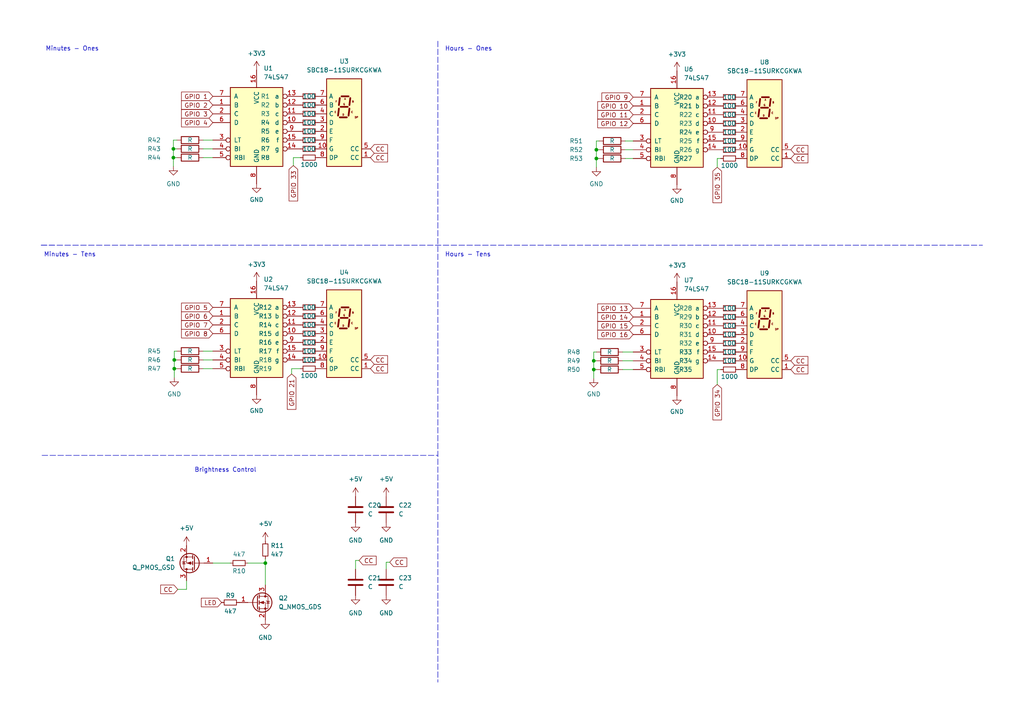
<source format=kicad_sch>
(kicad_sch (version 20211123) (generator eeschema)
  (paper "A4")
  (lib_symbols
    (symbol "74xx:74LS47" (pin_names (offset 1.016))
      (property "Reference" "U" (at -7.62 11.43 0))
      (property "Value" "74LS47" (at -7.62 -13.97 0))
      (symbol "74LS47_1_0"
        (pin input line (at -12.7 5.08 0) (length 5.08) (name "B") (number "1"))
        (pin open_collector inverted (at 12.7 0 180) (length 5.08) (name "d") (number "10"))
        (pin open_collector inverted (at 12.7 2.54 180) (length 5.08) (name "c") (number "11"))
        (pin open_collector inverted (at 12.7 5.08 180) (length 5.08) (name "b") (number "12"))
        (pin open_collector inverted (at 12.7 7.62 180) (length 5.08) (name "a") (number "13"))
        (pin open_collector inverted (at 12.7 -7.62 180) (length 5.08) (name "g") (number "14"))
        (pin open_collector inverted (at 12.7 -5.08 180) (length 5.08) (name "f") (number "15"))
        (pin power_in line (at 0 15.24 270) (length 5.08) (name "VCC") (number "16"))
        (pin input line (at -12.7 2.54 0) (length 5.08) (name "C") (number "2"))
        (pin input inverted (at -12.7 -5.08 0) (length 5.08) (name "LT") (number "3"))
        (pin input inverted (at -12.7 -7.62 0) (length 5.08) (name "BI") (number "4"))
        (pin input inverted (at -12.7 -10.16 0) (length 5.08) (name "RBI") (number "5"))
        (pin input line (at -12.7 0 0) (length 5.08) (name "D") (number "6"))
        (pin input line (at -12.7 7.62 0) (length 5.08) (name "A") (number "7"))
        (pin power_in line (at 0 -17.78 90) (length 5.08) (name "GND") (number "8"))
        (pin open_collector inverted (at 12.7 -2.54 180) (length 5.08) (name "e") (number "9"))
      )
      (symbol "74LS47_1_1"
        (rectangle (start -7.62 10.16) (end 7.62 -12.7) (stroke (width 0.254)) (fill (type background)))
      )
    )
    (symbol "Device:C" (pin_numbers hide) (pin_names (offset 0.254))
      (property "Reference" "C" (at 0.635 2.54 0))
      (property "Value" "C" (at 0.635 -2.54 0))
      (symbol "C_0_1"
        (polyline (pts (xy -2.032 -0.762) (xy 2.032 -0.762)) (stroke (width 0.508)))
        (polyline (pts (xy -2.032 0.762) (xy 2.032 0.762)) (stroke (width 0.508)))
      )
      (symbol "C_1_1"
        (pin passive line (at 0 3.81 270) (length 2.794) (name "~") (number "1"))
        (pin passive line (at 0 -3.81 90) (length 2.794) (name "~") (number "2"))
      )
    )
    (symbol "Device:Q_NMOS_GSD" (pin_names (offset 0) hide)
      (property "Reference" "Q" (at 5.08 1.27 0))
      (property "Value" "Q_NMOS_GSD" (at 5.08 -1.27 0))
      (symbol "Q_NMOS_GSD_0_1"
        (polyline (pts (xy 0.254 0) (xy -2.54 0)))
        (polyline (pts (xy 0.254 1.905) (xy 0.254 -1.905)) (stroke (width 0.254)))
        (polyline (pts (xy 0.762 -1.27) (xy 0.762 -2.286)) (stroke (width 0.254)))
        (polyline (pts (xy 0.762 0.508) (xy 0.762 -0.508)) (stroke (width 0.254)))
        (polyline (pts (xy 0.762 2.286) (xy 0.762 1.27)) (stroke (width 0.254)))
        (polyline (pts (xy 2.54 2.54) (xy 2.54 1.778)))
        (polyline (pts (xy 2.54 -2.54) (xy 2.54 0) (xy 0.762 0)))
        (polyline (pts (xy 0.762 -1.778) (xy 3.302 -1.778) (xy 3.302 1.778) (xy 0.762 1.778)))
        (polyline (pts (xy 1.016 0) (xy 2.032 0.381) (xy 2.032 -0.381) (xy 1.016 0)) (fill (type outline)))
        (polyline (pts (xy 2.794 0.508) (xy 2.921 0.381) (xy 3.683 0.381) (xy 3.81 0.254)))
        (polyline (pts (xy 3.302 0.381) (xy 2.921 -0.254) (xy 3.683 -0.254) (xy 3.302 0.381)))
        (circle (center 1.651 0) (radius 2.794) (stroke (width 0.254)))
        (circle (center 2.54 -1.778) (radius 0.254) (fill (type outline)))
        (circle (center 2.54 1.778) (radius 0.254) (fill (type outline)))
      )
      (symbol "Q_NMOS_GSD_1_1"
        (pin input line (at -5.08 0 0) (length 2.54) (name "G") (number "1"))
        (pin passive line (at 2.54 -5.08 90) (length 2.54) (name "S") (number "2"))
        (pin passive line (at 2.54 5.08 270) (length 2.54) (name "D") (number "3"))
      )
    )
    (symbol "Device:Q_PMOS_GSD" (pin_names (offset 0) hide)
      (property "Reference" "Q" (at 5.08 1.27 0))
      (property "Value" "Q_PMOS_GSD" (at 5.08 -1.27 0))
      (symbol "Q_PMOS_GSD_0_1"
        (polyline (pts (xy 0.254 0) (xy -2.54 0)))
        (polyline (pts (xy 0.254 1.905) (xy 0.254 -1.905)) (stroke (width 0.254)))
        (polyline (pts (xy 0.762 -1.27) (xy 0.762 -2.286)) (stroke (width 0.254)))
        (polyline (pts (xy 0.762 0.508) (xy 0.762 -0.508)) (stroke (width 0.254)))
        (polyline (pts (xy 0.762 2.286) (xy 0.762 1.27)) (stroke (width 0.254)))
        (polyline (pts (xy 2.54 2.54) (xy 2.54 1.778)))
        (polyline (pts (xy 2.54 -2.54) (xy 2.54 0) (xy 0.762 0)))
        (polyline (pts (xy 0.762 1.778) (xy 3.302 1.778) (xy 3.302 -1.778) (xy 0.762 -1.778)))
        (polyline (pts (xy 2.286 0) (xy 1.27 0.381) (xy 1.27 -0.381) (xy 2.286 0)) (fill (type outline)))
        (polyline (pts (xy 2.794 -0.508) (xy 2.921 -0.381) (xy 3.683 -0.381) (xy 3.81 -0.254)))
        (polyline (pts (xy 3.302 -0.381) (xy 2.921 0.254) (xy 3.683 0.254) (xy 3.302 -0.381)))
        (circle (center 1.651 0) (radius 2.794) (stroke (width 0.254)))
        (circle (center 2.54 -1.778) (radius 0.254) (fill (type outline)))
        (circle (center 2.54 1.778) (radius 0.254) (fill (type outline)))
      )
      (symbol "Q_PMOS_GSD_1_1"
        (pin input line (at -5.08 0 0) (length 2.54) (name "G") (number "1"))
        (pin passive line (at 2.54 -5.08 90) (length 2.54) (name "S") (number "2"))
        (pin passive line (at 2.54 5.08 270) (length 2.54) (name "D") (number "3"))
      )
    )
    (symbol "Device:R" (pin_numbers hide) (pin_names (offset 0))
      (property "Reference" "R" (at 2.032 0 90))
      (property "Value" "R" (at 0 0 90))
      (symbol "R_0_1"
        (rectangle (start -1.016 -2.54) (end 1.016 2.54) (stroke (width 0.254)))
      )
      (symbol "R_1_1"
        (pin passive line (at 0 3.81 270) (length 1.27) (name "~") (number "1"))
        (pin passive line (at 0 -3.81 90) (length 1.27) (name "~") (number "2"))
      )
    )
    (symbol "Device:R_Small" (pin_numbers hide) (pin_names (offset 0.254) hide)
      (property "Reference" "R" (at 0.762 0.508 0))
      (property "Value" "R_Small" (at 0.762 -1.016 0))
      (symbol "R_Small_0_1"
        (rectangle (start -0.762 1.778) (end 0.762 -1.778) (stroke (width 0.2032)))
      )
      (symbol "R_Small_1_1"
        (pin passive line (at 0 2.54 270) (length 0.762) (name "~") (number "1"))
        (pin passive line (at 0 -2.54 90) (length 0.762) (name "~") (number "2"))
      )
    )
    (symbol "Display_Character:SBC18-11SURKCGKWA" (pin_names (offset 0.635))
      (property "Reference" "U" (at -2.54 13.97 0))
      (property "Value" "SBC18-11SURKCGKWA" (at -4.826 -14.224 0))
      (symbol "SBC18-11SURKCGKWA_0_0"
        (text "A" (at 0.254 6.858 0) (effects (font (size 0.508 0.508))))
        (text "B" (at 2.54 6.096 0) (effects (font (size 0.508 0.508))))
        (text "C" (at 2.286 3.048 0) (effects (font (size 0.508 0.508))))
        (text "D" (at -0.254 2.286 0) (effects (font (size 0.508 0.508))))
        (text "DP" (at 3.556 1.524 0) (effects (font (size 0.508 0.508))))
        (text "E" (at -2.54 3.048 0) (effects (font (size 0.508 0.508))))
        (text "F" (at -2.286 6.096 0) (effects (font (size 0.508 0.508))))
        (text "G" (at 0 5.334 0) (effects (font (size 0.508 0.508))))
      )
      (symbol "SBC18-11SURKCGKWA_0_1"
        (rectangle (start -5.08 12.7) (end 5.08 -12.7) (stroke (width 0.254)) (fill (type background)))
        (polyline (pts (xy -1.524 4.064) (xy -1.778 2.032)) (stroke (width 0.508)))
        (polyline (pts (xy -1.27 1.524) (xy 0.762 1.524)) (stroke (width 0.508)))
        (polyline (pts (xy -1.27 7.112) (xy -1.524 5.08)) (stroke (width 0.508)))
        (polyline (pts (xy -1.016 4.572) (xy 1.016 4.572)) (stroke (width 0.508)))
        (polyline (pts (xy -0.762 7.62) (xy 1.27 7.62)) (stroke (width 0.508)))
        (polyline (pts (xy 1.524 4.064) (xy 1.27 2.032)) (stroke (width 0.508)))
        (polyline (pts (xy 1.778 7.112) (xy 1.524 5.08)) (stroke (width 0.508)))
        (polyline (pts (xy 2.54 1.524) (xy 2.54 1.524)) (stroke (width 0.508)))
      )
      (symbol "SBC18-11SURKCGKWA_1_1"
        (pin input line (at 7.62 -10.16 180) (length 2.54) (name "CC") (number "1"))
        (pin input line (at -7.62 -7.62 0) (length 2.54) (name "G") (number "10"))
        (pin input line (at -7.62 -2.54 0) (length 2.54) (name "E") (number "2"))
        (pin input line (at -7.62 0 0) (length 2.54) (name "D") (number "3"))
        (pin input line (at -7.62 2.54 0) (length 2.54) (name "C") (number "4"))
        (pin input line (at 7.62 -7.62 180) (length 2.54) (name "CC") (number "5"))
        (pin input line (at -7.62 5.08 0) (length 2.54) (name "B") (number "6"))
        (pin input line (at -7.62 7.62 0) (length 2.54) (name "A") (number "7"))
        (pin input line (at -7.62 -10.16 0) (length 2.54) (name "DP") (number "8"))
        (pin input line (at -7.62 -5.08 0) (length 2.54) (name "F") (number "9"))
      )
    )
    (symbol "power:+3V3" (power) (pin_names (offset 0))
      (property "Value" "+3V3" (at 0 3.556 0))
      (symbol "+3V3_0_1"
        (polyline (pts (xy -0.762 1.27) (xy 0 2.54)))
        (polyline (pts (xy 0 0) (xy 0 2.54)))
        (polyline (pts (xy 0 2.54) (xy 0.762 1.27)))
      )
      (symbol "+3V3_1_1"
        (pin power_in line (at 0 0 90) (length 0) hide (name "+3V3") (number "1"))
      )
    )
    (symbol "power:+5V" (power) (pin_names (offset 0))
      (property "Value" "+5V" (at 0 3.556 0))
      (symbol "+5V_0_1"
        (polyline (pts (xy -0.762 1.27) (xy 0 2.54)))
        (polyline (pts (xy 0 0) (xy 0 2.54)))
        (polyline (pts (xy 0 2.54) (xy 0.762 1.27)))
      )
      (symbol "+5V_1_1"
        (pin power_in line (at 0 0 90) (length 0) hide (name "+5V") (number "1"))
      )
    )
    (symbol "power:GND" (power) (pin_names (offset 0))
      (property "Value" "GND" (at 0 -3.81 0))
      (symbol "GND_0_1"
        (polyline (pts (xy 0 0) (xy 0 -1.27) (xy 1.27 -1.27) (xy 0 -2.54) (xy -1.27 -1.27) (xy 0 -1.27)))
      )
      (symbol "GND_1_1"
        (pin power_in line (at 0 0 270) (length 0) hide (name "GND") (number "1"))
      )
    )
  )
  (junction (at 50.292 43.18))
  (junction (at 172.212 107.188))
  (junction (at 50.546 106.934))
  (junction (at 172.212 104.648))
  (junction (at 172.974 45.974))
  (junction (at 172.974 43.434))
  (junction (at 50.292 45.72))
  (junction (at 76.962 163.322))
  (junction (at 50.546 104.394))
  (wire (pts (xy 58.928 40.64) (xy 61.722 40.64)))
  (wire (pts (xy 173.736 40.894) (xy 172.974 40.894)))
  (wire (pts (xy 58.928 101.854) (xy 61.722 101.854)))
  (wire (pts (xy 50.292 43.18) (xy 51.308 43.18)))
  (wire (pts (xy 84.582 106.934) (xy 84.582 108.458)))
  (wire (pts (xy 112.014 163.068) (xy 113.03 163.068)))
  (wire (pts (xy 54.102 170.942) (xy 51.562 170.942)))
  (wire (pts (xy 85.09 45.72) (xy 85.09 48.006)))
  (polyline (pts (xy 11.938 71.12) (xy 284.988 71.12)))
  (wire (pts (xy 50.292 45.72) (xy 50.292 48.26)))
  (wire (pts (xy 50.546 106.934) (xy 50.546 104.394)))
  (wire (pts (xy 181.356 45.974) (xy 183.642 45.974)))
  (wire (pts (xy 54.102 168.402) (xy 54.102 170.942)))
  (wire (pts (xy 51.308 45.72) (xy 50.292 45.72)))
  (wire (pts (xy 50.292 40.64) (xy 50.292 43.18)))
  (wire (pts (xy 76.962 162.052) (xy 76.962 163.322)))
  (wire (pts (xy 208.026 45.974) (xy 208.026 48.514)))
  (wire (pts (xy 103.124 162.56) (xy 104.14 162.56)))
  (wire (pts (xy 61.722 163.322) (xy 66.802 163.322)))
  (wire (pts (xy 51.308 40.64) (xy 50.292 40.64)))
  (wire (pts (xy 180.594 102.108) (xy 183.642 102.108)))
  (wire (pts (xy 50.292 45.72) (xy 50.292 43.18)))
  (wire (pts (xy 50.546 104.394) (xy 50.546 101.854)))
  (wire (pts (xy 180.594 107.188) (xy 183.642 107.188)))
  (wire (pts (xy 112.014 165.1) (xy 112.014 163.068)))
  (wire (pts (xy 103.124 165.1) (xy 103.124 162.56)))
  (wire (pts (xy 172.974 45.974) (xy 172.974 48.514)))
  (wire (pts (xy 172.212 107.188) (xy 172.212 104.648)))
  (wire (pts (xy 58.928 104.394) (xy 61.722 104.394)))
  (wire (pts (xy 87.122 106.934) (xy 84.582 106.934)))
  (wire (pts (xy 172.974 43.434) (xy 172.974 45.974)))
  (wire (pts (xy 50.546 101.854) (xy 51.308 101.854)))
  (wire (pts (xy 87.122 45.72) (xy 85.09 45.72)))
  (wire (pts (xy 51.308 106.934) (xy 50.546 106.934)))
  (wire (pts (xy 180.594 104.648) (xy 183.642 104.648)))
  (wire (pts (xy 172.212 104.648) (xy 172.212 102.108)))
  (wire (pts (xy 172.974 43.434) (xy 173.736 43.434)))
  (wire (pts (xy 172.212 102.108) (xy 172.974 102.108)))
  (wire (pts (xy 58.928 45.72) (xy 61.722 45.72)))
  (wire (pts (xy 76.962 163.322) (xy 76.962 169.672)))
  (wire (pts (xy 172.212 107.188) (xy 172.974 107.188)))
  (polyline (pts (xy 12.192 132.08) (xy 127 132.08)))
  (wire (pts (xy 181.356 40.894) (xy 183.642 40.894)))
  (wire (pts (xy 208.026 107.188) (xy 208.026 111.506)))
  (wire (pts (xy 209.042 45.974) (xy 208.026 45.974)))
  (wire (pts (xy 50.546 104.394) (xy 51.308 104.394)))
  (wire (pts (xy 71.882 163.322) (xy 76.962 163.322)))
  (wire (pts (xy 58.928 43.18) (xy 61.722 43.18)))
  (wire (pts (xy 209.042 107.188) (xy 208.026 107.188)))
  (wire (pts (xy 50.546 106.934) (xy 50.546 109.474)))
  (wire (pts (xy 172.212 107.188) (xy 172.212 109.728)))
  (polyline (pts (xy 11.938 71.12) (xy 15.748 71.12)))
  (wire (pts (xy 58.928 106.934) (xy 61.722 106.934)))
  (polyline (pts (xy 127 11.938) (xy 127 197.866)))
  (wire (pts (xy 181.356 43.434) (xy 183.642 43.434)))
  (wire (pts (xy 172.974 45.974) (xy 173.736 45.974)))
  (wire (pts (xy 172.212 104.648) (xy 172.974 104.648)))
  (wire (pts (xy 172.974 40.894) (xy 172.974 43.434)))
  (text "Hours - Ones" (at 129.032 14.986 0) (effects (font (size 1.27 1.27)) (justify left bottom)))
  (text "Hours - Tens" (at 129.032 74.676 0) (effects (font (size 1.27 1.27)) (justify left bottom)))
  (text "Minutes - Ones" (at 13.208 14.986 0) (effects (font (size 1.27 1.27)) (justify left bottom)))
  (text "Brightness Control" (at 56.388 137.16 0) (effects (font (size 1.27 1.27)) (justify left bottom)))
  (text "Minutes - Tens" (at 12.7 74.676 0) (effects (font (size 1.27 1.27)) (justify left bottom)))
  (global_label "CC" (shape input) (at 107.442 43.18 0) (property "Intersheet References" "${INTERSHEET_REFS}" (effects hide)))
  (global_label "LED" (shape input) (at 64.262 174.752 180) (property "Intersheet References" "${INTERSHEET_REFS}" (effects hide)))
  (global_label "GPIO 10" (shape input) (at 183.642 30.734 180) (property "Intersheet References" "${INTERSHEET_REFS}" (effects hide)))
  (global_label "GPIO 7" (shape input) (at 61.722 94.234 180) (property "Intersheet References" "${INTERSHEET_REFS}" (effects hide)))
  (global_label "CC" (shape input) (at 104.14 162.56 0) (property "Intersheet References" "${INTERSHEET_REFS}" (effects hide)))
  (global_label "GPIO 9" (shape input) (at 183.642 28.194 180) (property "Intersheet References" "${INTERSHEET_REFS}" (effects hide)))
  (global_label "CC" (shape input) (at 229.362 107.188 0) (property "Intersheet References" "${INTERSHEET_REFS}" (effects hide)))
  (global_label "GPIO 5" (shape input) (at 61.722 89.154 180) (property "Intersheet References" "${INTERSHEET_REFS}" (effects hide)))
  (global_label "GPIO 6" (shape input) (at 61.722 91.694 180) (property "Intersheet References" "${INTERSHEET_REFS}" (effects hide)))
  (global_label "CC" (shape input) (at 229.362 104.648 0) (property "Intersheet References" "${INTERSHEET_REFS}" (effects hide)))
  (global_label "CC" (shape input) (at 107.442 106.934 0) (property "Intersheet References" "${INTERSHEET_REFS}" (effects hide)))
  (global_label "GPIO 8" (shape input) (at 61.722 96.774 180) (property "Intersheet References" "${INTERSHEET_REFS}" (effects hide)))
  (global_label "GPIO 35" (shape input) (at 208.026 48.514 270) (property "Intersheet References" "${INTERSHEET_REFS}" (effects hide)))
  (global_label "GPIO 12" (shape input) (at 183.642 35.814 180) (property "Intersheet References" "${INTERSHEET_REFS}" (effects hide)))
  (global_label "GPIO 13" (shape input) (at 183.642 89.408 180) (property "Intersheet References" "${INTERSHEET_REFS}" (effects hide)))
  (global_label "CC" (shape input) (at 107.442 45.72 0) (property "Intersheet References" "${INTERSHEET_REFS}" (effects hide)))
  (global_label "GPIO 33" (shape input) (at 85.09 48.006 270) (property "Intersheet References" "${INTERSHEET_REFS}" (effects hide)))
  (global_label "GPIO 34" (shape input) (at 208.026 111.506 270) (property "Intersheet References" "${INTERSHEET_REFS}" (effects hide)))
  (global_label "CC" (shape input) (at 107.442 104.394 0) (property "Intersheet References" "${INTERSHEET_REFS}" (effects hide)))
  (global_label "GPIO 16" (shape input) (at 183.642 97.028 180) (property "Intersheet References" "${INTERSHEET_REFS}" (effects hide)))
  (global_label "CC" (shape input) (at 113.03 163.068 0) (property "Intersheet References" "${INTERSHEET_REFS}" (effects hide)))
  (global_label "GPIO 21" (shape input) (at 84.582 108.458 270) (property "Intersheet References" "${INTERSHEET_REFS}" (effects hide)))
  (global_label "GPIO 1" (shape input) (at 61.722 27.94 180) (property "Intersheet References" "${INTERSHEET_REFS}" (effects hide)))
  (global_label "GPIO 11" (shape input) (at 183.642 33.274 180) (property "Intersheet References" "${INTERSHEET_REFS}" (effects hide)))
  (global_label "CC" (shape input) (at 229.362 43.434 0) (property "Intersheet References" "${INTERSHEET_REFS}" (effects hide)))
  (global_label "CC" (shape input) (at 229.362 45.974 0) (property "Intersheet References" "${INTERSHEET_REFS}" (effects hide)))
  (global_label "GPIO 15" (shape input) (at 183.642 94.488 180) (property "Intersheet References" "${INTERSHEET_REFS}" (effects hide)))
  (global_label "GPIO 3" (shape input) (at 61.722 33.02 180) (property "Intersheet References" "${INTERSHEET_REFS}" (effects hide)))
  (global_label "GPIO 4" (shape input) (at 61.722 35.56 180) (property "Intersheet References" "${INTERSHEET_REFS}" (effects hide)))
  (global_label "CC" (shape input) (at 51.562 170.942 180) (property "Intersheet References" "${INTERSHEET_REFS}" (effects hide)))
  (global_label "GPIO 2" (shape input) (at 61.722 30.48 180) (property "Intersheet References" "${INTERSHEET_REFS}" (effects hide)))
  (global_label "GPIO 14" (shape input) (at 183.642 91.948 180) (property "Intersheet References" "${INTERSHEET_REFS}" (effects hide)))
  (symbol (lib_id "Device:R_Small") (at 211.582 89.408 90) (unit 1)
    (property "Reference" "R28" (at 198.882 89.408 90))
    (property "Value" "100" (at 211.582 89.408 90))
    (property "Footprint" "Resistor_SMD:R_0402_1005Metric" (effects hide))
  )
  (symbol (lib_id "Device:R") (at 176.784 104.648 90) (unit 1)
    (property "Reference" "R49" (at 166.37 104.648 90))
    (property "Value" "R" (at 176.784 104.648 90))
    (property "Footprint" "Resistor_SMD:R_0603_1608Metric" (effects hide))
  )
  (symbol (lib_id "74xx:74LS47") (at 196.342 97.028 0) (unit 1)
    (property "Reference" "U7" (at 198.3614 81.28 0) (effects (justify left)))
    (property "Value" "74LS47" (at 198.3614 83.82 0) (effects (justify left)))
    (property "Footprint" "Package_SO:SOIC-16_4.55x10.3mm_P1.27mm" (effects hide))
    (property "Datasheet" "http://www.ti.com/lit/gpn/sn74LS47" (effects hide))
  )
  (symbol (lib_id "power:+3V3") (at 196.342 20.574 0) (unit 1)
    (property "Reference" "#PWR0141" (effects hide))
    (property "Value" "+3V3" (at 196.342 15.748 0))
  )
  (symbol (lib_id "power:GND") (at 103.124 151.638 0) (unit 1)
    (property "Reference" "#PWR0140" (effects hide))
    (property "Value" "GND" (at 103.124 156.718 0))
  )
  (symbol (lib_id "power:GND") (at 112.014 172.72 0) (unit 1)
    (property "Reference" "#PWR0135" (effects hide))
    (property "Value" "GND" (at 112.014 177.8 0))
  )
  (symbol (lib_id "Device:R_Small") (at 76.962 159.512 180) (unit 1)
    (property "Reference" "R11" (at 78.486 158.242 0) (effects (justify right)))
    (property "Value" "4k7" (at 78.486 160.782 0) (effects (justify right)))
    (property "Footprint" "Resistor_SMD:R_0402_1005Metric" (effects hide))
  )
  (symbol (lib_id "Device:R_Small") (at 89.662 96.774 90) (unit 1)
    (property "Reference" "R15" (at 76.962 96.774 90))
    (property "Value" "100" (at 89.662 96.774 90))
    (property "Footprint" "Resistor_SMD:R_0402_1005Metric" (effects hide))
  )
  (symbol (lib_id "Device:R") (at 176.784 107.188 90) (unit 1)
    (property "Reference" "R50" (at 166.37 107.188 90))
    (property "Value" "R" (at 176.784 107.188 90))
    (property "Footprint" "Resistor_SMD:R_0603_1608Metric" (effects hide))
  )
  (symbol (lib_id "Device:R") (at 176.784 102.108 90) (unit 1)
    (property "Reference" "R48" (at 166.37 102.108 90))
    (property "Value" "R" (at 176.784 102.108 90))
    (property "Footprint" "Resistor_SMD:R_0603_1608Metric" (effects hide))
  )
  (symbol (lib_id "Device:R_Small") (at 211.582 33.274 90) (unit 1)
    (property "Reference" "R22" (at 198.882 33.274 90))
    (property "Value" "100" (at 211.582 33.274 90))
    (property "Footprint" "Resistor_SMD:R_0402_1005Metric" (effects hide))
  )
  (symbol (lib_id "Device:R") (at 55.118 40.64 90) (unit 1)
    (property "Reference" "R42" (at 44.704 40.64 90))
    (property "Value" "R" (at 55.118 40.64 90))
    (property "Footprint" "Resistor_SMD:R_0603_1608Metric" (effects hide))
  )
  (symbol (lib_id "Device:R_Small") (at 89.662 91.694 90) (unit 1)
    (property "Reference" "R13" (at 76.962 91.694 90))
    (property "Value" "100" (at 89.662 91.694 90))
    (property "Footprint" "Resistor_SMD:R_0402_1005Metric" (effects hide))
  )
  (symbol (lib_id "Display_Character:SBC18-11SURKCGKWA") (at 221.742 35.814 0) (unit 1)
    (property "Reference" "U8" (at 221.742 18.034 0))
    (property "Value" "SBC18-11SURKCGKWA" (at 221.742 20.574 0))
    (property "Footprint" "Ian's Custom Components:Segment_Display_1-5_inch" (effects hide))
    (property "Datasheet" "http://www.kingbright.com/attachments/file/psearch/000/00/00/SBC18-11SURKCGKWA(Ver.6A).pdf" (effects hide))
  )
  (symbol (lib_id "Device:C") (at 103.124 147.828 0) (unit 1)
    (property "Reference" "C20" (at 106.68 146.5579 0) (effects (justify left)))
    (property "Value" "C" (at 106.68 149.0979 0) (effects (justify left)))
    (property "Footprint" "Capacitor_SMD:C_0603_1608Metric_Pad1.08x0.95mm_HandSolder" (effects hide))
  )
  (symbol (lib_id "Device:R_Small") (at 89.662 30.48 90) (unit 1)
    (property "Reference" "R2" (at 76.962 30.48 90))
    (property "Value" "100" (at 89.662 30.48 90))
    (property "Footprint" "Resistor_SMD:R_0402_1005Metric" (effects hide))
  )
  (symbol (lib_id "Device:R_Small") (at 211.582 94.488 90) (unit 1)
    (property "Reference" "R30" (at 198.882 94.488 90))
    (property "Value" "100" (at 211.582 94.488 90))
    (property "Footprint" "Resistor_SMD:R_0402_1005Metric" (effects hide))
  )
  (symbol (lib_id "Device:R_Small") (at 211.582 97.028 90) (unit 1)
    (property "Reference" "R31" (at 198.882 97.028 90))
    (property "Value" "100" (at 211.582 97.028 90))
    (property "Footprint" "Resistor_SMD:R_0402_1005Metric" (effects hide))
  )
  (symbol (lib_id "Device:R_Small") (at 89.662 101.854 90) (unit 1)
    (property "Reference" "R17" (at 76.962 101.854 90))
    (property "Value" "100" (at 89.662 101.854 90))
    (property "Footprint" "Resistor_SMD:R_0402_1005Metric" (effects hide))
  )
  (symbol (lib_id "Device:R_Small") (at 69.342 163.322 90) (unit 1)
    (property "Reference" "R10" (at 69.342 165.608 90))
    (property "Value" "4k7" (at 69.342 160.782 90))
    (property "Footprint" "Resistor_SMD:R_0402_1005Metric" (effects hide))
  )
  (symbol (lib_id "Device:R") (at 55.118 43.18 90) (unit 1)
    (property "Reference" "R43" (at 44.704 43.18 90))
    (property "Value" "R" (at 55.118 43.18 90))
    (property "Footprint" "Resistor_SMD:R_0603_1608Metric" (effects hide))
  )
  (symbol (lib_id "power:GND") (at 172.212 109.728 0) (unit 1)
    (property "Reference" "#PWR0131" (effects hide))
    (property "Value" "GND" (at 172.212 114.3 0))
  )
  (symbol (lib_id "Device:R_Small") (at 211.582 38.354 90) (unit 1)
    (property "Reference" "R24" (at 198.882 38.354 90))
    (property "Value" "100" (at 211.582 38.354 90))
    (property "Footprint" "Resistor_SMD:R_0402_1005Metric" (effects hide))
  )
  (symbol (lib_id "power:GND") (at 103.124 172.72 0) (unit 1)
    (property "Reference" "#PWR0134" (effects hide))
    (property "Value" "GND" (at 103.124 177.8 0))
  )
  (symbol (lib_id "Device:R_Small") (at 66.802 174.752 270) (unit 1)
    (property "Reference" "R9" (at 66.802 172.72 90))
    (property "Value" "4k7" (at 66.802 177.292 90))
    (property "Footprint" "Resistor_SMD:R_0402_1005Metric" (effects hide))
  )
  (symbol (lib_id "Device:R_Small") (at 89.662 45.72 90) (unit 1)
    (property "Reference" "R8" (at 76.962 45.72 90))
    (property "Value" "1000" (at 89.662 47.752 90))
    (property "Footprint" "Resistor_SMD:R_0402_1005Metric" (effects hide))
  )
  (symbol (lib_id "Device:R_Small") (at 211.582 30.734 90) (unit 1)
    (property "Reference" "R21" (at 198.882 30.734 90))
    (property "Value" "100" (at 211.582 30.734 90))
    (property "Footprint" "Resistor_SMD:R_0402_1005Metric" (effects hide))
  )
  (symbol (lib_id "Device:R") (at 55.118 101.854 90) (unit 1)
    (property "Reference" "R45" (at 44.704 101.854 90))
    (property "Value" "R" (at 55.118 101.854 90))
    (property "Footprint" "Resistor_SMD:R_0603_1608Metric" (effects hide))
  )
  (symbol (lib_id "Device:R_Small") (at 89.662 94.234 90) (unit 1)
    (property "Reference" "R14" (at 76.962 94.234 90))
    (property "Value" "100" (at 89.662 94.234 90))
    (property "Footprint" "Resistor_SMD:R_0402_1005Metric" (effects hide))
  )
  (symbol (lib_id "Device:Q_NMOS_GSD") (at 74.422 174.752 0) (unit 1)
    (property "Reference" "Q2" (at 80.772 173.4819 0) (effects (justify left)))
    (property "Value" "Q_NMOS_GDS" (at 80.772 176.0219 0) (effects (justify left)))
    (property "Footprint" "Package_TO_SOT_SMD:SOT-523" (effects hide))
  )
  (symbol (lib_id "Device:R_Small") (at 89.662 99.314 90) (unit 1)
    (property "Reference" "R16" (at 76.962 99.314 90))
    (property "Value" "100" (at 89.662 99.314 90))
    (property "Footprint" "Resistor_SMD:R_0402_1005Metric" (effects hide))
  )
  (symbol (lib_id "power:GND") (at 112.014 151.638 0) (unit 1)
    (property "Reference" "#PWR0136" (effects hide))
    (property "Value" "GND" (at 112.014 156.718 0))
  )
  (symbol (lib_id "Device:R_Small") (at 211.582 43.434 90) (unit 1)
    (property "Reference" "R26" (at 198.882 43.434 90))
    (property "Value" "100" (at 211.582 43.434 90))
    (property "Footprint" "Resistor_SMD:R_0402_1005Metric" (effects hide))
  )
  (symbol (lib_id "Device:R_Small") (at 211.582 40.894 90) (unit 1)
    (property "Reference" "R25" (at 198.882 40.894 90))
    (property "Value" "100" (at 211.582 40.894 90))
    (property "Footprint" "Resistor_SMD:R_0402_1005Metric" (effects hide))
  )
  (symbol (lib_id "Device:R_Small") (at 89.662 104.394 90) (unit 1)
    (property "Reference" "R18" (at 76.962 104.394 90))
    (property "Value" "100" (at 89.662 104.394 90))
    (property "Footprint" "Resistor_SMD:R_0402_1005Metric" (effects hide))
  )
  (symbol (lib_id "Device:R_Small") (at 89.662 40.64 90) (unit 1)
    (property "Reference" "R6" (at 76.962 40.64 90))
    (property "Value" "100" (at 89.662 40.64 90))
    (property "Footprint" "Resistor_SMD:R_0402_1005Metric" (effects hide))
  )
  (symbol (lib_id "power:GND") (at 196.342 114.808 0) (unit 1)
    (property "Reference" "#PWR0137" (effects hide))
    (property "Value" "GND" (at 196.342 119.38 0))
  )
  (symbol (lib_id "power:GND") (at 76.962 179.832 0) (unit 1)
    (property "Reference" "#PWR0155" (effects hide))
    (property "Value" "GND" (at 76.962 184.912 0))
  )
  (symbol (lib_id "74xx:74LS47") (at 74.422 35.56 0) (unit 1)
    (property "Reference" "U1" (at 76.4414 19.812 0) (effects (justify left)))
    (property "Value" "74LS47" (at 76.4414 22.352 0) (effects (justify left)))
    (property "Footprint" "Package_SO:SOIC-16_4.55x10.3mm_P1.27mm" (effects hide))
    (property "Datasheet" "http://www.ti.com/lit/gpn/sn74LS47" (effects hide))
  )
  (symbol (lib_id "Device:R_Small") (at 89.662 38.1 90) (unit 1)
    (property "Reference" "R5" (at 76.962 38.1 90))
    (property "Value" "100" (at 89.662 38.1 90))
    (property "Footprint" "Resistor_SMD:R_0402_1005Metric" (effects hide))
  )
  (symbol (lib_id "Device:R_Small") (at 89.662 33.02 90) (unit 1)
    (property "Reference" "R3" (at 76.962 33.02 90))
    (property "Value" "100" (at 89.662 33.02 90))
    (property "Footprint" "Resistor_SMD:R_0402_1005Metric" (effects hide))
  )
  (symbol (lib_id "Device:C") (at 112.014 168.91 0) (unit 1)
    (property "Reference" "C23" (at 115.57 167.6399 0) (effects (justify left)))
    (property "Value" "C" (at 115.57 170.1799 0) (effects (justify left)))
    (property "Footprint" "Capacitor_SMD:C_0603_1608Metric_Pad1.08x0.95mm_HandSolder" (effects hide))
  )
  (symbol (lib_id "power:+5V") (at 76.962 156.972 0) (unit 1)
    (property "Reference" "#PWR0157" (effects hide))
    (property "Value" "+5V" (at 76.962 151.892 0))
  )
  (symbol (lib_id "Device:R") (at 55.118 45.72 90) (unit 1)
    (property "Reference" "R44" (at 44.704 45.72 90))
    (property "Value" "R" (at 55.118 45.72 90))
    (property "Footprint" "Resistor_SMD:R_0603_1608Metric" (effects hide))
  )
  (symbol (lib_id "Device:R_Small") (at 211.582 107.188 90) (unit 1)
    (property "Reference" "R35" (at 198.882 107.188 90))
    (property "Value" "1000" (at 211.582 109.22 90))
    (property "Footprint" "Resistor_SMD:R_0402_1005Metric" (effects hide))
  )
  (symbol (lib_id "Device:C") (at 103.124 168.91 0) (unit 1)
    (property "Reference" "C21" (at 106.68 167.6399 0) (effects (justify left)))
    (property "Value" "C" (at 106.68 170.1799 0) (effects (justify left)))
    (property "Footprint" "Capacitor_SMD:C_0603_1608Metric_Pad1.08x0.95mm_HandSolder" (effects hide))
  )
  (symbol (lib_id "power:+5V") (at 103.124 144.018 0) (unit 1)
    (property "Reference" "#PWR0161" (effects hide))
    (property "Value" "+5V" (at 103.124 138.938 0))
  )
  (symbol (lib_id "Device:R_Small") (at 211.582 102.108 90) (unit 1)
    (property "Reference" "R33" (at 198.882 102.108 90))
    (property "Value" "100" (at 211.582 102.108 90))
    (property "Footprint" "Resistor_SMD:R_0402_1005Metric" (effects hide))
  )
  (symbol (lib_id "74xx:74LS47") (at 196.342 35.814 0) (unit 1)
    (property "Reference" "U6" (at 198.3614 20.066 0) (effects (justify left)))
    (property "Value" "74LS47" (at 198.3614 22.606 0) (effects (justify left)))
    (property "Footprint" "Package_SO:SOIC-16_4.55x10.3mm_P1.27mm" (effects hide))
    (property "Datasheet" "http://www.ti.com/lit/gpn/sn74LS47" (effects hide))
  )
  (symbol (lib_id "Device:R_Small") (at 211.582 35.814 90) (unit 1)
    (property "Reference" "R23" (at 198.882 35.814 90))
    (property "Value" "100" (at 211.582 35.814 90))
    (property "Footprint" "Resistor_SMD:R_0402_1005Metric" (effects hide))
  )
  (symbol (lib_id "power:GND") (at 74.422 53.34 0) (unit 1)
    (property "Reference" "#PWR0133" (effects hide))
    (property "Value" "GND" (at 74.422 57.912 0))
  )
  (symbol (lib_id "Device:R_Small") (at 89.662 43.18 90) (unit 1)
    (property "Reference" "R7" (at 76.962 43.18 90))
    (property "Value" "100" (at 89.662 43.18 90))
    (property "Footprint" "Resistor_SMD:R_0402_1005Metric" (effects hide))
  )
  (symbol (lib_id "Device:R_Small") (at 89.662 106.934 90) (unit 1)
    (property "Reference" "R19" (at 76.962 106.934 90))
    (property "Value" "1000" (at 89.662 108.966 90))
    (property "Footprint" "Resistor_SMD:R_0402_1005Metric" (effects hide))
  )
  (symbol (lib_id "Device:R_Small") (at 211.582 28.194 90) (unit 1)
    (property "Reference" "R20" (at 198.882 28.194 90))
    (property "Value" "100" (at 211.582 28.194 90))
    (property "Footprint" "Resistor_SMD:R_0402_1005Metric" (effects hide))
  )
  (symbol (lib_id "power:+3V3") (at 74.422 20.32 0) (unit 1)
    (property "Reference" "#PWR0132" (effects hide))
    (property "Value" "+3V3" (at 74.422 15.494 0))
  )
  (symbol (lib_id "Device:R") (at 177.546 40.894 90) (unit 1)
    (property "Reference" "R51" (at 167.132 40.894 90))
    (property "Value" "R" (at 177.546 40.894 90))
    (property "Footprint" "Resistor_SMD:R_0603_1608Metric" (effects hide))
  )
  (symbol (lib_id "74xx:74LS47") (at 74.422 96.774 0) (unit 1)
    (property "Reference" "U2" (at 76.4414 81.026 0) (effects (justify left)))
    (property "Value" "74LS47" (at 76.4414 83.566 0) (effects (justify left)))
    (property "Footprint" "Package_SO:SOIC-16_4.55x10.3mm_P1.27mm" (effects hide))
    (property "Datasheet" "http://www.ti.com/lit/gpn/sn74LS47" (effects hide))
  )
  (symbol (lib_id "Device:R_Small") (at 89.662 27.94 90) (unit 1)
    (property "Reference" "R1" (at 76.962 27.94 90))
    (property "Value" "100" (at 89.662 27.94 90))
    (property "Footprint" "Resistor_SMD:R_0402_1005Metric" (effects hide))
  )
  (symbol (lib_id "power:GND") (at 74.422 114.554 0) (unit 1)
    (property "Reference" "#PWR0128" (effects hide))
    (property "Value" "GND" (at 74.422 119.126 0))
  )
  (symbol (lib_id "power:GND") (at 172.974 48.514 0) (unit 1)
    (property "Reference" "#PWR0126" (effects hide))
    (property "Value" "GND" (at 172.974 53.34 0))
  )
  (symbol (lib_id "power:+5V") (at 112.014 144.018 0) (unit 1)
    (property "Reference" "#PWR0160" (effects hide))
    (property "Value" "+5V" (at 112.014 138.938 0))
  )
  (symbol (lib_id "Device:R_Small") (at 211.582 45.974 90) (unit 1)
    (property "Reference" "R27" (at 198.882 45.974 90))
    (property "Value" "1000" (at 211.582 48.006 90))
    (property "Footprint" "Resistor_SMD:R_0402_1005Metric" (effects hide))
  )
  (symbol (lib_id "power:+3V3") (at 196.342 81.788 0) (unit 1)
    (property "Reference" "#PWR0138" (effects hide))
    (property "Value" "+3V3" (at 196.342 76.962 0))
  )
  (symbol (lib_id "Device:R") (at 177.546 45.974 90) (unit 1)
    (property "Reference" "R53" (at 167.132 45.974 90))
    (property "Value" "R" (at 177.546 45.974 90))
    (property "Footprint" "Resistor_SMD:R_0603_1608Metric" (effects hide))
  )
  (symbol (lib_id "Device:C") (at 112.014 147.828 0) (unit 1)
    (property "Reference" "C22" (at 115.57 146.5579 0) (effects (justify left)))
    (property "Value" "C" (at 115.57 149.0979 0) (effects (justify left)))
    (property "Footprint" "Capacitor_SMD:C_0603_1608Metric_Pad1.08x0.95mm_HandSolder" (effects hide))
  )
  (symbol (lib_id "Device:R_Small") (at 211.582 91.948 90) (unit 1)
    (property "Reference" "R29" (at 198.882 91.948 90))
    (property "Value" "100" (at 211.582 91.948 90))
    (property "Footprint" "Resistor_SMD:R_0402_1005Metric" (effects hide))
  )
  (symbol (lib_id "power:+3V3") (at 74.422 81.534 0) (unit 1)
    (property "Reference" "#PWR0127" (effects hide))
    (property "Value" "+3V3" (at 74.422 76.708 0))
  )
  (symbol (lib_id "Device:R") (at 177.546 43.434 90) (unit 1)
    (property "Reference" "R52" (at 167.132 43.434 90))
    (property "Value" "R" (at 177.546 43.434 90))
    (property "Footprint" "Resistor_SMD:R_0603_1608Metric" (effects hide))
  )
  (symbol (lib_id "Device:R_Small") (at 89.662 35.56 90) (unit 1)
    (property "Reference" "R4" (at 76.962 35.56 90))
    (property "Value" "100" (at 89.662 35.56 90))
    (property "Footprint" "Resistor_SMD:R_0402_1005Metric" (effects hide))
  )
  (symbol (lib_id "power:GND") (at 50.292 48.26 0) (unit 1)
    (property "Reference" "#PWR0130" (effects hide))
    (property "Value" "GND" (at 50.292 53.34 0))
  )
  (symbol (lib_id "Device:R_Small") (at 211.582 104.648 90) (unit 1)
    (property "Reference" "R34" (at 198.882 104.648 90))
    (property "Value" "100" (at 211.582 104.648 90))
    (property "Footprint" "Resistor_SMD:R_0402_1005Metric" (effects hide))
  )
  (symbol (lib_id "Display_Character:SBC18-11SURKCGKWA") (at 99.822 96.774 0) (unit 1)
    (property "Reference" "U4" (at 99.822 78.994 0))
    (property "Value" "SBC18-11SURKCGKWA" (at 99.822 81.534 0))
    (property "Footprint" "Ian's Custom Components:Segment_Display_1-5_inch" (effects hide))
    (property "Datasheet" "http://www.kingbright.com/attachments/file/psearch/000/00/00/SBC18-11SURKCGKWA(Ver.6A).pdf" (effects hide))
  )
  (symbol (lib_id "power:GND") (at 50.546 109.474 0) (unit 1)
    (property "Reference" "#PWR0129" (effects hide))
    (property "Value" "GND" (at 50.546 114.3 0))
  )
  (symbol (lib_id "Device:R") (at 55.118 106.934 90) (unit 1)
    (property "Reference" "R47" (at 44.704 106.934 90))
    (property "Value" "R" (at 55.118 106.934 90))
    (property "Footprint" "Resistor_SMD:R_0603_1608Metric" (effects hide))
  )
  (symbol (lib_id "Device:R") (at 55.118 104.394 90) (unit 1)
    (property "Reference" "R46" (at 44.704 104.394 90))
    (property "Value" "R" (at 55.118 104.394 90))
    (property "Footprint" "Resistor_SMD:R_0603_1608Metric" (effects hide))
  )
  (symbol (lib_id "Display_Character:SBC18-11SURKCGKWA") (at 99.822 35.56 0) (unit 1)
    (property "Reference" "U3" (at 99.822 17.78 0))
    (property "Value" "SBC18-11SURKCGKWA" (at 99.822 20.32 0))
    (property "Footprint" "Ian's Custom Components:Segment_Display_1-5_inch" (effects hide))
    (property "Datasheet" "http://www.kingbright.com/attachments/file/psearch/000/00/00/SBC18-11SURKCGKWA(Ver.6A).pdf" (effects hide))
  )
  (symbol (lib_id "Device:R_Small") (at 89.662 89.154 90) (unit 1)
    (property "Reference" "R12" (at 76.962 89.154 90))
    (property "Value" "100" (at 89.662 89.154 90))
    (property "Footprint" "Resistor_SMD:R_0402_1005Metric" (effects hide))
  )
  (symbol (lib_id "Device:Q_PMOS_GSD") (at 56.642 163.322 180) (unit 1)
    (property "Reference" "Q1" (at 50.8 162.0519 0) (effects (justify left)))
    (property "Value" "Q_PMOS_GSD" (at 50.8 164.5919 0) (effects (justify left)))
    (property "Footprint" "Package_TO_SOT_SMD:SOT-523" (effects hide))
  )
  (symbol (lib_id "power:GND") (at 196.342 53.594 0) (unit 1)
    (property "Reference" "#PWR0139" (effects hide))
    (property "Value" "GND" (at 196.342 58.166 0))
  )
  (symbol (lib_id "Device:R_Small") (at 211.582 99.568 90) (unit 1)
    (property "Reference" "R32" (at 198.882 99.568 90))
    (property "Value" "100" (at 211.582 99.568 90))
    (property "Footprint" "Resistor_SMD:R_0402_1005Metric" (effects hide))
  )
  (symbol (lib_id "power:+5V") (at 54.102 158.242 0) (unit 1)
    (property "Reference" "#PWR0156" (effects hide))
    (property "Value" "+5V" (at 54.102 153.162 0))
  )
  (symbol (lib_id "Display_Character:SBC18-11SURKCGKWA") (at 221.742 97.028 0) (unit 1)
    (property "Reference" "U9" (at 221.742 79.248 0))
    (property "Value" "SBC18-11SURKCGKWA" (at 221.742 81.788 0))
    (property "Footprint" "Ian's Custom Components:Segment_Display_1-5_inch" (effects hide))
    (property "Datasheet" "http://www.kingbright.com/attachments/file/psearch/000/00/00/SBC18-11SURKCGKWA(Ver.6A).pdf" (effects hide))
  )
)
</source>
